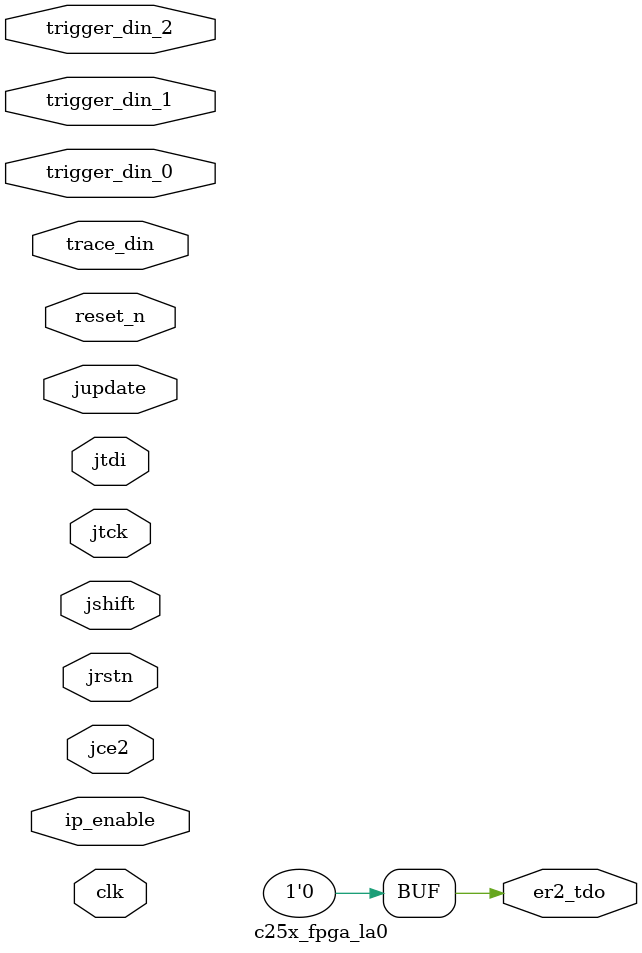
<source format=v>

/* WARNING - Changes to this file should be performed by re-running IPexpress
or modifying the .LPC file and regenerating the core.  Other changes may lead
to inconsistent simulation and/or implemenation results */

module c25x_fpga_la0 (
    clk,
    reset_n,
    jtck,
    jrstn,
    jce2,
    jtdi,
    er2_tdo,
    jshift,
    jupdate,
    trigger_din_0,
    trigger_din_1,
    trigger_din_2,
    trace_din,
    ip_enable
);

// PARAMETERS DEFINED BY USER
localparam NUM_TRACE_SIGNALS   = 74;
localparam NUM_TRIGGER_SIGNALS = 3;
localparam INCLUDE_TRIG_DATA   = 0;
localparam NUM_TU_BITS_0       = 1;
localparam NUM_TU_BITS_1       = 1;
localparam NUM_TU_BITS_2       = 1;

input  clk;
input  reset_n;
input  jtck;
input  jrstn;
input  jce2;
input  jtdi;
output er2_tdo;
input  jshift;
input  jupdate;
input  [NUM_TU_BITS_0 -1:0] trigger_din_0;
input  [NUM_TU_BITS_1 -1:0] trigger_din_1;
input  [NUM_TU_BITS_2 -1:0] trigger_din_2;
input  [NUM_TRACE_SIGNALS + (NUM_TRIGGER_SIGNALS * INCLUDE_TRIG_DATA) -1:0] trace_din;
input  ip_enable;

assign er2_tdo = 1'b0;

endmodule

</source>
